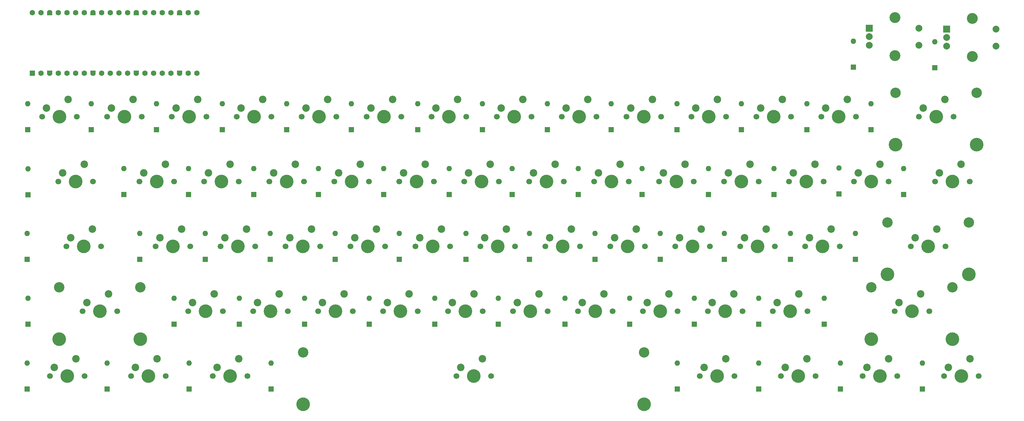
<source format=gbr>
%TF.GenerationSoftware,KiCad,Pcbnew,9.0.0*%
%TF.CreationDate,2025-06-15T21:52:09+05:30*%
%TF.ProjectId,keyboard,6b657962-6f61-4726-942e-6b696361645f,rev?*%
%TF.SameCoordinates,Original*%
%TF.FileFunction,Soldermask,Bot*%
%TF.FilePolarity,Negative*%
%FSLAX46Y46*%
G04 Gerber Fmt 4.6, Leading zero omitted, Abs format (unit mm)*
G04 Created by KiCad (PCBNEW 9.0.0) date 2025-06-15 21:52:09*
%MOMM*%
%LPD*%
G01*
G04 APERTURE LIST*
G04 Aperture macros list*
%AMRoundRect*
0 Rectangle with rounded corners*
0 $1 Rounding radius*
0 $2 $3 $4 $5 $6 $7 $8 $9 X,Y pos of 4 corners*
0 Add a 4 corners polygon primitive as box body*
4,1,4,$2,$3,$4,$5,$6,$7,$8,$9,$2,$3,0*
0 Add four circle primitives for the rounded corners*
1,1,$1+$1,$2,$3*
1,1,$1+$1,$4,$5*
1,1,$1+$1,$6,$7*
1,1,$1+$1,$8,$9*
0 Add four rect primitives between the rounded corners*
20,1,$1+$1,$2,$3,$4,$5,0*
20,1,$1+$1,$4,$5,$6,$7,0*
20,1,$1+$1,$6,$7,$8,$9,0*
20,1,$1+$1,$8,$9,$2,$3,0*%
%AMFreePoly0*
4,1,37,0.603843,0.796157,0.639018,0.796157,0.711114,0.766294,0.766294,0.711114,0.796157,0.639018,0.796157,0.603843,0.800000,0.600000,0.800000,-0.600000,0.796157,-0.603843,0.796157,-0.639018,0.766294,-0.711114,0.711114,-0.766294,0.639018,-0.796157,0.603843,-0.796157,0.600000,-0.800000,0.000000,-0.800000,0.000000,-0.796148,-0.078414,-0.796148,-0.232228,-0.765552,-0.377117,-0.705537,
-0.507515,-0.618408,-0.618408,-0.507515,-0.705537,-0.377117,-0.765552,-0.232228,-0.796148,-0.078414,-0.796148,0.078414,-0.765552,0.232228,-0.705537,0.377117,-0.618408,0.507515,-0.507515,0.618408,-0.377117,0.705537,-0.232228,0.765552,-0.078414,0.796148,0.000000,0.796148,0.000000,0.800000,0.600000,0.800000,0.603843,0.796157,0.603843,0.796157,$1*%
%AMFreePoly1*
4,1,37,0.000000,0.796148,0.078414,0.796148,0.232228,0.765552,0.377117,0.705537,0.507515,0.618408,0.618408,0.507515,0.705537,0.377117,0.765552,0.232228,0.796148,0.078414,0.796148,-0.078414,0.765552,-0.232228,0.705537,-0.377117,0.618408,-0.507515,0.507515,-0.618408,0.377117,-0.705537,0.232228,-0.765552,0.078414,-0.796148,0.000000,-0.796148,0.000000,-0.800000,-0.600000,-0.800000,
-0.603843,-0.796157,-0.639018,-0.796157,-0.711114,-0.766294,-0.766294,-0.711114,-0.796157,-0.639018,-0.796157,-0.603843,-0.800000,-0.600000,-0.800000,0.600000,-0.796157,0.603843,-0.796157,0.639018,-0.766294,0.711114,-0.711114,0.766294,-0.639018,0.796157,-0.603843,0.796157,-0.600000,0.800000,0.000000,0.800000,0.000000,0.796148,0.000000,0.796148,$1*%
G04 Aperture macros list end*
%ADD10C,1.700000*%
%ADD11C,4.000000*%
%ADD12C,2.200000*%
%ADD13C,3.050000*%
%ADD14R,1.600000X1.600000*%
%ADD15O,1.600000X1.600000*%
%ADD16RoundRect,0.200000X0.600000X-0.600000X0.600000X0.600000X-0.600000X0.600000X-0.600000X-0.600000X0*%
%ADD17C,1.600000*%
%ADD18FreePoly0,90.000000*%
%ADD19FreePoly1,90.000000*%
%ADD20R,2.000000X2.000000*%
%ADD21C,2.000000*%
%ADD22C,3.200000*%
G04 APERTURE END LIST*
D10*
%TO.C,SW7*%
X133090000Y-53790000D03*
D11*
X138170000Y-53790000D03*
D10*
X143250000Y-53790000D03*
D12*
X140710000Y-48710000D03*
X134360000Y-51250000D03*
%TD*%
D10*
%TO.C,SW45*%
X99800000Y-110950000D03*
D11*
X104880000Y-110950000D03*
D10*
X109960000Y-110950000D03*
D12*
X107420000Y-105870000D03*
X101070000Y-108410000D03*
%TD*%
D10*
%TO.C,SW58*%
X211730000Y-130000000D03*
D11*
X216810000Y-130000000D03*
D10*
X221890000Y-130000000D03*
D12*
X219350000Y-124920000D03*
X213000000Y-127460000D03*
%TD*%
D10*
%TO.C,SW30*%
X52140000Y-91860000D03*
D11*
X57220000Y-91860000D03*
D10*
X62300000Y-91860000D03*
D12*
X59760000Y-86780000D03*
X53410000Y-89320000D03*
%TD*%
D10*
%TO.C,SW49*%
X175970000Y-110930000D03*
D11*
X181050000Y-110930000D03*
D10*
X186130000Y-110930000D03*
D12*
X183590000Y-105850000D03*
X177240000Y-108390000D03*
%TD*%
D10*
%TO.C,SW43*%
X61650000Y-110940000D03*
D11*
X66730000Y-110940000D03*
D10*
X71810000Y-110940000D03*
D12*
X69270000Y-105860000D03*
X62920000Y-108400000D03*
%TD*%
D10*
%TO.C,SW18*%
X85490000Y-72850000D03*
D11*
X90570000Y-72850000D03*
D10*
X95650000Y-72850000D03*
D12*
X93110000Y-67770000D03*
X86760000Y-70310000D03*
%TD*%
D10*
%TO.C,SW22*%
X161710000Y-72850000D03*
D11*
X166790000Y-72850000D03*
D10*
X171870000Y-72850000D03*
D12*
X169330000Y-67770000D03*
X162980000Y-70310000D03*
%TD*%
D10*
%TO.C,SW10*%
X190250000Y-53790000D03*
D11*
X195330000Y-53790000D03*
D10*
X200410000Y-53790000D03*
D12*
X197870000Y-48710000D03*
X191520000Y-51250000D03*
%TD*%
D10*
%TO.C,SW59*%
X235550000Y-129970000D03*
D11*
X240630000Y-129970000D03*
D10*
X245710000Y-129970000D03*
D12*
X243170000Y-124890000D03*
X236820000Y-127430000D03*
%TD*%
D13*
%TO.C,SW57*%
X95420000Y-123000000D03*
D11*
X95420000Y-138240000D03*
D10*
X140340000Y-130000000D03*
D11*
X145420000Y-130000000D03*
D10*
X150500000Y-130000000D03*
D13*
X195420000Y-123000000D03*
D11*
X195420000Y-138240000D03*
D12*
X147960000Y-124920000D03*
X141610000Y-127460000D03*
%TD*%
D10*
%TO.C,SW25*%
X218850000Y-72850000D03*
D11*
X223930000Y-72850000D03*
D10*
X229010000Y-72850000D03*
D12*
X226470000Y-67770000D03*
X220120000Y-70310000D03*
%TD*%
D10*
%TO.C,SW52*%
X233120000Y-110930000D03*
D11*
X238200000Y-110930000D03*
D10*
X243280000Y-110930000D03*
D12*
X240740000Y-105850000D03*
X234390000Y-108390000D03*
%TD*%
D14*
%TO.C,D50*%
X191120000Y-114740000D03*
D15*
X191120000Y-107120000D03*
%TD*%
D10*
%TO.C,SW51*%
X214050000Y-110930000D03*
D11*
X219130000Y-110930000D03*
D10*
X224210000Y-110930000D03*
D12*
X221670000Y-105850000D03*
X215320000Y-108390000D03*
%TD*%
D10*
%TO.C,SW26*%
X237900000Y-72850000D03*
D11*
X242980000Y-72850000D03*
D10*
X248060000Y-72850000D03*
D12*
X245520000Y-67770000D03*
X239170000Y-70310000D03*
%TD*%
D10*
%TO.C,SW16*%
X47360000Y-72850000D03*
D11*
X52440000Y-72850000D03*
D10*
X57520000Y-72850000D03*
D12*
X54980000Y-67770000D03*
X48630000Y-70310000D03*
%TD*%
D10*
%TO.C,SW34*%
X128310000Y-91860000D03*
D11*
X133390000Y-91860000D03*
D10*
X138470000Y-91860000D03*
D12*
X135930000Y-86780000D03*
X129580000Y-89320000D03*
%TD*%
D10*
%TO.C,SW28*%
X280730000Y-72850000D03*
D11*
X285810000Y-72850000D03*
D10*
X290890000Y-72850000D03*
D12*
X288350000Y-67770000D03*
X282000000Y-70310000D03*
%TD*%
D10*
%TO.C,SW60*%
X259480000Y-130000000D03*
D11*
X264560000Y-130000000D03*
D10*
X269640000Y-130000000D03*
D12*
X267100000Y-124920000D03*
X260750000Y-127460000D03*
%TD*%
D10*
%TO.C,SW36*%
X166400000Y-91860000D03*
D11*
X171480000Y-91860000D03*
D10*
X176560000Y-91860000D03*
D12*
X174020000Y-86780000D03*
X167670000Y-89320000D03*
%TD*%
D10*
%TO.C,SW15*%
X23550000Y-72850000D03*
D11*
X28630000Y-72850000D03*
D10*
X33710000Y-72850000D03*
D12*
X31170000Y-67770000D03*
X24820000Y-70310000D03*
%TD*%
D10*
%TO.C,SW4*%
X75950000Y-53790000D03*
D11*
X81030000Y-53790000D03*
D10*
X86110000Y-53790000D03*
D12*
X83570000Y-48710000D03*
X77220000Y-51250000D03*
%TD*%
D10*
%TO.C,SW38*%
X204550000Y-91860000D03*
D11*
X209630000Y-91860000D03*
D10*
X214710000Y-91860000D03*
D12*
X212170000Y-86780000D03*
X205820000Y-89320000D03*
%TD*%
D10*
%TO.C,SW35*%
X147370000Y-91860000D03*
D11*
X152450000Y-91860000D03*
D10*
X157530000Y-91860000D03*
D12*
X154990000Y-86780000D03*
X148640000Y-89320000D03*
%TD*%
D10*
%TO.C,SW44*%
X80730000Y-110960000D03*
D11*
X85810000Y-110960000D03*
D10*
X90890000Y-110960000D03*
D12*
X88350000Y-105880000D03*
X82000000Y-108420000D03*
%TD*%
D10*
%TO.C,SW31*%
X71170000Y-91860000D03*
D11*
X76250000Y-91860000D03*
D10*
X81330000Y-91860000D03*
D12*
X78790000Y-86780000D03*
X72440000Y-89320000D03*
%TD*%
D10*
%TO.C,SW33*%
X109260000Y-91860000D03*
D11*
X114340000Y-91860000D03*
D10*
X119420000Y-91860000D03*
D12*
X116880000Y-86780000D03*
X110530000Y-89320000D03*
%TD*%
D10*
%TO.C,SW23*%
X180770000Y-72850000D03*
D11*
X185850000Y-72850000D03*
D10*
X190930000Y-72850000D03*
D12*
X188390000Y-67770000D03*
X182040000Y-70310000D03*
%TD*%
D13*
%TO.C,SW41*%
X266790000Y-84870000D03*
D11*
X266790000Y-100110000D03*
D10*
X273610000Y-91870000D03*
D11*
X278690000Y-91870000D03*
D10*
X283770000Y-91870000D03*
D13*
X290590000Y-84870000D03*
D11*
X290590000Y-100110000D03*
D12*
X281230000Y-86790000D03*
X274880000Y-89330000D03*
%TD*%
D10*
%TO.C,SW21*%
X142660000Y-72850000D03*
D11*
X147740000Y-72850000D03*
D10*
X152820000Y-72850000D03*
D12*
X150280000Y-67770000D03*
X143930000Y-70310000D03*
%TD*%
D10*
%TO.C,SW17*%
X66390000Y-72850000D03*
D11*
X71470000Y-72850000D03*
D10*
X76550000Y-72850000D03*
D12*
X74010000Y-67770000D03*
X67660000Y-70310000D03*
%TD*%
D13*
%TO.C,SW14*%
X269150000Y-46790000D03*
D11*
X269150000Y-62030000D03*
D10*
X275970000Y-53790000D03*
D11*
X281050000Y-53790000D03*
D10*
X286130000Y-53790000D03*
D13*
X292950000Y-46790000D03*
D11*
X292950000Y-62030000D03*
D12*
X283590000Y-48710000D03*
X277240000Y-51250000D03*
%TD*%
D10*
%TO.C,SW19*%
X104530000Y-72850000D03*
D11*
X109610000Y-72850000D03*
D10*
X114690000Y-72850000D03*
D12*
X112150000Y-67770000D03*
X105800000Y-70310000D03*
%TD*%
D10*
%TO.C,SW27*%
X256950000Y-72850000D03*
D11*
X262030000Y-72850000D03*
D10*
X267110000Y-72850000D03*
D12*
X264570000Y-67770000D03*
X258220000Y-70310000D03*
%TD*%
D10*
%TO.C,SW12*%
X228350000Y-53790000D03*
D11*
X233430000Y-53790000D03*
D10*
X238510000Y-53790000D03*
D12*
X235970000Y-48710000D03*
X229620000Y-51250000D03*
%TD*%
D10*
%TO.C,SW61*%
X283310000Y-130000000D03*
D11*
X288390000Y-130000000D03*
D10*
X293470000Y-130000000D03*
D12*
X290930000Y-124920000D03*
X284580000Y-127460000D03*
%TD*%
D10*
%TO.C,SW8*%
X152170000Y-53790000D03*
D11*
X157250000Y-53790000D03*
D10*
X162330000Y-53790000D03*
D12*
X159790000Y-48710000D03*
X153440000Y-51250000D03*
%TD*%
D10*
%TO.C,SW48*%
X156930000Y-110940000D03*
D11*
X162010000Y-110940000D03*
D10*
X167090000Y-110940000D03*
D12*
X164550000Y-105860000D03*
X158200000Y-108400000D03*
%TD*%
D16*
%TO.C,U1*%
X15970000Y-40960000D03*
D17*
X18510000Y-40960000D03*
D18*
X21050000Y-40960000D03*
D17*
X23590000Y-40960000D03*
X26130000Y-40960000D03*
X28670000Y-40960000D03*
X31210000Y-40960000D03*
D18*
X33750000Y-40960000D03*
D17*
X36290000Y-40960000D03*
X38830000Y-40960000D03*
X41370000Y-40960000D03*
X43910000Y-40960000D03*
D18*
X46450000Y-40960000D03*
D17*
X48990000Y-40960000D03*
X51530000Y-40960000D03*
X54070000Y-40960000D03*
X56610000Y-40960000D03*
D18*
X59150000Y-40960000D03*
D17*
X61690000Y-40960000D03*
X64230000Y-40960000D03*
X64230000Y-23180000D03*
X61690000Y-23180000D03*
D19*
X59150000Y-23180000D03*
D17*
X56610000Y-23180000D03*
X54070000Y-23180000D03*
X51530000Y-23180000D03*
X48990000Y-23180000D03*
D19*
X46450000Y-23180000D03*
D17*
X43910000Y-23180000D03*
X41370000Y-23180000D03*
X38830000Y-23180000D03*
X36290000Y-23180000D03*
D19*
X33750000Y-23180000D03*
D17*
X31210000Y-23180000D03*
X28670000Y-23180000D03*
X26130000Y-23180000D03*
X23590000Y-23180000D03*
D19*
X21050000Y-23180000D03*
D17*
X18510000Y-23180000D03*
X15970000Y-23180000D03*
%TD*%
D10*
%TO.C,SW50*%
X195020000Y-110930000D03*
D11*
X200100000Y-110930000D03*
D10*
X205180000Y-110930000D03*
D12*
X202640000Y-105850000D03*
X196290000Y-108390000D03*
%TD*%
D10*
%TO.C,SW37*%
X185500000Y-91860000D03*
D11*
X190580000Y-91860000D03*
D10*
X195660000Y-91860000D03*
D12*
X193120000Y-86780000D03*
X186770000Y-89320000D03*
%TD*%
D20*
%TO.C,SW62*%
X284130000Y-28000000D03*
D21*
X284130000Y-33000000D03*
X284130000Y-30500000D03*
D22*
X291630000Y-24900000D03*
X291630000Y-36100000D03*
D21*
X298630000Y-33000000D03*
X298630000Y-28000000D03*
%TD*%
D10*
%TO.C,SW3*%
X56890000Y-53790000D03*
D11*
X61970000Y-53790000D03*
D10*
X67050000Y-53790000D03*
D12*
X64510000Y-48710000D03*
X58160000Y-51250000D03*
%TD*%
D10*
%TO.C,SW56*%
X68920000Y-130000000D03*
D11*
X74000000Y-130000000D03*
D10*
X79080000Y-130000000D03*
D12*
X76540000Y-124920000D03*
X70190000Y-127460000D03*
%TD*%
D13*
%TO.C,SW42*%
X23850000Y-103892500D03*
D11*
X23850000Y-119132500D03*
D10*
X30670000Y-110892500D03*
D11*
X35750000Y-110892500D03*
D10*
X40830000Y-110892500D03*
D13*
X47650000Y-103892500D03*
D11*
X47650000Y-119132500D03*
D12*
X38290000Y-105812500D03*
X31940000Y-108352500D03*
%TD*%
D10*
%TO.C,SW1*%
X18840000Y-53790000D03*
D11*
X23920000Y-53790000D03*
D10*
X29000000Y-53790000D03*
D12*
X26460000Y-48710000D03*
X20110000Y-51250000D03*
%TD*%
D10*
%TO.C,SW24*%
X199820000Y-72850000D03*
D11*
X204900000Y-72850000D03*
D10*
X209980000Y-72850000D03*
D12*
X207440000Y-67770000D03*
X201090000Y-70310000D03*
%TD*%
D10*
%TO.C,SW32*%
X90230000Y-91860000D03*
D11*
X95310000Y-91860000D03*
D10*
X100390000Y-91860000D03*
D12*
X97850000Y-86780000D03*
X91500000Y-89320000D03*
%TD*%
D10*
%TO.C,SW6*%
X114030000Y-53790000D03*
D11*
X119110000Y-53790000D03*
D10*
X124190000Y-53790000D03*
D12*
X121650000Y-48710000D03*
X115300000Y-51250000D03*
%TD*%
D10*
%TO.C,SW46*%
X118840000Y-110940000D03*
D11*
X123920000Y-110940000D03*
D10*
X129000000Y-110940000D03*
D12*
X126460000Y-105860000D03*
X120110000Y-108400000D03*
%TD*%
D10*
%TO.C,SW2*%
X37870000Y-53790000D03*
D11*
X42950000Y-53790000D03*
D10*
X48030000Y-53790000D03*
D12*
X45490000Y-48710000D03*
X39140000Y-51250000D03*
%TD*%
D10*
%TO.C,SW54*%
X21130000Y-130000000D03*
D11*
X26210000Y-130000000D03*
D10*
X31290000Y-130000000D03*
D12*
X28750000Y-124920000D03*
X22400000Y-127460000D03*
%TD*%
D13*
%TO.C,SW53*%
X262040000Y-103930000D03*
D11*
X262040000Y-119170000D03*
D10*
X268860000Y-110930000D03*
D11*
X273940000Y-110930000D03*
D10*
X279020000Y-110930000D03*
D13*
X285840000Y-103930000D03*
D11*
X285840000Y-119170000D03*
D12*
X276480000Y-105850000D03*
X270130000Y-108390000D03*
%TD*%
D10*
%TO.C,SW13*%
X247400000Y-53790000D03*
D11*
X252480000Y-53790000D03*
D10*
X257560000Y-53790000D03*
D12*
X255020000Y-48710000D03*
X248670000Y-51250000D03*
%TD*%
D10*
%TO.C,SW9*%
X171210000Y-53790000D03*
D11*
X176290000Y-53790000D03*
D10*
X181370000Y-53790000D03*
D12*
X178830000Y-48710000D03*
X172480000Y-51250000D03*
%TD*%
D10*
%TO.C,SW11*%
X209280000Y-53790000D03*
D11*
X214360000Y-53790000D03*
D10*
X219440000Y-53790000D03*
D12*
X216900000Y-48710000D03*
X210550000Y-51250000D03*
%TD*%
D10*
%TO.C,SW47*%
X137890000Y-110940000D03*
D11*
X142970000Y-110940000D03*
D10*
X148050000Y-110940000D03*
D12*
X145510000Y-105860000D03*
X139160000Y-108400000D03*
%TD*%
D10*
%TO.C,SW20*%
X123610000Y-72850000D03*
D11*
X128690000Y-72850000D03*
D10*
X133770000Y-72850000D03*
D12*
X131230000Y-67770000D03*
X124880000Y-70310000D03*
%TD*%
D10*
%TO.C,SW55*%
X44920000Y-130000000D03*
D11*
X50000000Y-130000000D03*
D10*
X55080000Y-130000000D03*
D12*
X52540000Y-124920000D03*
X46190000Y-127460000D03*
%TD*%
D10*
%TO.C,SW39*%
X223590000Y-91860000D03*
D11*
X228670000Y-91860000D03*
D10*
X233750000Y-91860000D03*
D12*
X231210000Y-86780000D03*
X224860000Y-89320000D03*
%TD*%
D20*
%TO.C,SW63*%
X261460000Y-27760000D03*
D21*
X261460000Y-32760000D03*
X261460000Y-30260000D03*
D22*
X268960000Y-24660000D03*
X268960000Y-35860000D03*
D21*
X275960000Y-32760000D03*
X275960000Y-27760000D03*
%TD*%
D10*
%TO.C,SW5*%
X94980000Y-53790000D03*
D11*
X100060000Y-53790000D03*
D10*
X105140000Y-53790000D03*
D12*
X102600000Y-48710000D03*
X96250000Y-51250000D03*
%TD*%
D10*
%TO.C,SW40*%
X242650000Y-91860000D03*
D11*
X247730000Y-91860000D03*
D10*
X252810000Y-91860000D03*
D12*
X250270000Y-86780000D03*
X243920000Y-89320000D03*
%TD*%
D10*
%TO.C,SW29*%
X25940000Y-91860000D03*
D11*
X31020000Y-91860000D03*
D10*
X36100000Y-91860000D03*
D12*
X33560000Y-86780000D03*
X27210000Y-89320000D03*
%TD*%
D14*
%TO.C,D54*%
X14450000Y-133810000D03*
D15*
X14450000Y-126190000D03*
%TD*%
D14*
%TO.C,D20*%
X176110000Y-76660000D03*
D15*
X176110000Y-69040000D03*
%TD*%
D14*
%TO.C,D11*%
X90600000Y-57600000D03*
D15*
X90600000Y-49980000D03*
%TD*%
D14*
%TO.C,D12*%
X71720000Y-57600000D03*
D15*
X71720000Y-49980000D03*
%TD*%
D14*
%TO.C,D35*%
X143160000Y-95670000D03*
D15*
X143160000Y-88050000D03*
%TD*%
D14*
%TO.C,D13*%
X52390000Y-57600000D03*
D15*
X52390000Y-49980000D03*
%TD*%
D14*
%TO.C,D40*%
X238270000Y-95670000D03*
D15*
X238270000Y-88050000D03*
%TD*%
D14*
%TO.C,D56*%
X61920000Y-133810000D03*
D15*
X61920000Y-126190000D03*
%TD*%
D14*
%TO.C,D47*%
X134010000Y-114740000D03*
D15*
X134010000Y-107120000D03*
%TD*%
D14*
%TO.C,D55*%
X37860000Y-133810000D03*
D15*
X37860000Y-126190000D03*
%TD*%
D14*
%TO.C,D33*%
X104760000Y-95670000D03*
D15*
X104760000Y-88050000D03*
%TD*%
D14*
%TO.C,D17*%
X233500000Y-76660000D03*
D15*
X233500000Y-69040000D03*
%TD*%
D14*
%TO.C,D49*%
X172200000Y-114740000D03*
D15*
X172200000Y-107120000D03*
%TD*%
D14*
%TO.C,D32*%
X85750000Y-95670000D03*
D15*
X85750000Y-88050000D03*
%TD*%
D14*
%TO.C,D42*%
X14700000Y-114740000D03*
D15*
X14700000Y-107120000D03*
%TD*%
D14*
%TO.C,D51*%
X210130000Y-114740000D03*
D15*
X210130000Y-107120000D03*
%TD*%
D14*
%TO.C,D24*%
X99910000Y-76660000D03*
D15*
X99910000Y-69040000D03*
%TD*%
D14*
%TO.C,D62*%
X280630000Y-39410000D03*
D15*
X280630000Y-31790000D03*
%TD*%
D14*
%TO.C,D8*%
X147950000Y-57600000D03*
D15*
X147950000Y-49980000D03*
%TD*%
D14*
%TO.C,D6*%
X185700000Y-57600000D03*
D15*
X185700000Y-49980000D03*
%TD*%
D14*
%TO.C,D61*%
X276980000Y-133810000D03*
D15*
X276980000Y-126190000D03*
%TD*%
D14*
%TO.C,D3*%
X243110000Y-57600000D03*
D15*
X243110000Y-49980000D03*
%TD*%
D14*
%TO.C,D41*%
X257360000Y-95670000D03*
D15*
X257360000Y-88050000D03*
%TD*%
D14*
%TO.C,D31*%
X66660000Y-95670000D03*
D15*
X66660000Y-88050000D03*
%TD*%
D14*
%TO.C,D9*%
X128980000Y-57600000D03*
D15*
X128980000Y-49980000D03*
%TD*%
D14*
%TO.C,D22*%
X138190000Y-76660000D03*
D15*
X138190000Y-69040000D03*
%TD*%
D14*
%TO.C,D27*%
X42790000Y-76660000D03*
D15*
X42790000Y-69040000D03*
%TD*%
D14*
%TO.C,D23*%
X119030000Y-76660000D03*
D15*
X119030000Y-69040000D03*
%TD*%
D14*
%TO.C,D36*%
X161750000Y-95670000D03*
D15*
X161750000Y-88050000D03*
%TD*%
D14*
%TO.C,D52*%
X229030000Y-114740000D03*
D15*
X229030000Y-107120000D03*
%TD*%
D14*
%TO.C,D58*%
X205130000Y-133810000D03*
D15*
X205130000Y-126190000D03*
%TD*%
D14*
%TO.C,D28*%
X14670000Y-76760000D03*
D15*
X14670000Y-69140000D03*
%TD*%
D14*
%TO.C,D7*%
X166980000Y-57600000D03*
D15*
X166980000Y-49980000D03*
%TD*%
D14*
%TO.C,D63*%
X256730000Y-39240000D03*
D15*
X256730000Y-31620000D03*
%TD*%
D14*
%TO.C,D1*%
X14630000Y-57580000D03*
D15*
X14630000Y-49960000D03*
%TD*%
D14*
%TO.C,D37*%
X181020000Y-95670000D03*
D15*
X181020000Y-88050000D03*
%TD*%
D14*
%TO.C,D21*%
X156670000Y-76660000D03*
D15*
X156670000Y-69040000D03*
%TD*%
D14*
%TO.C,D5*%
X205030000Y-57600000D03*
D15*
X205030000Y-49980000D03*
%TD*%
D14*
%TO.C,D14*%
X33260000Y-57600000D03*
D15*
X33260000Y-49980000D03*
%TD*%
D14*
%TO.C,D2*%
X261940000Y-57600000D03*
D15*
X261940000Y-49980000D03*
%TD*%
D14*
%TO.C,D59*%
X229030000Y-133810000D03*
D15*
X229030000Y-126190000D03*
%TD*%
D14*
%TO.C,D38*%
X200140000Y-95670000D03*
D15*
X200140000Y-88050000D03*
%TD*%
D14*
%TO.C,D39*%
X218940000Y-95670000D03*
D15*
X218940000Y-88050000D03*
%TD*%
D14*
%TO.C,D10*%
X109490000Y-57600000D03*
D15*
X109490000Y-49980000D03*
%TD*%
D14*
%TO.C,D19*%
X194800000Y-76660000D03*
D15*
X194800000Y-69040000D03*
%TD*%
D14*
%TO.C,D48*%
X152650000Y-114740000D03*
D15*
X152650000Y-107120000D03*
%TD*%
D14*
%TO.C,D15*%
X271480000Y-76600000D03*
D15*
X271480000Y-68980000D03*
%TD*%
D14*
%TO.C,D4*%
X223930000Y-57600000D03*
D15*
X223930000Y-49980000D03*
%TD*%
D14*
%TO.C,D25*%
X80950000Y-76660000D03*
D15*
X80950000Y-69040000D03*
%TD*%
D14*
%TO.C,D44*%
X76660000Y-114740000D03*
D15*
X76660000Y-107120000D03*
%TD*%
D14*
%TO.C,D18*%
X214240000Y-76660000D03*
D15*
X214240000Y-69040000D03*
%TD*%
D14*
%TO.C,D34*%
X123620000Y-95670000D03*
D15*
X123620000Y-88050000D03*
%TD*%
D14*
%TO.C,D29*%
X14440000Y-95670000D03*
D15*
X14440000Y-88050000D03*
%TD*%
D14*
%TO.C,D16*%
X252550000Y-76500000D03*
D15*
X252550000Y-68880000D03*
%TD*%
D14*
%TO.C,D26*%
X61760000Y-76660000D03*
D15*
X61760000Y-69040000D03*
%TD*%
D14*
%TO.C,D46*%
X114740000Y-114740000D03*
D15*
X114740000Y-107120000D03*
%TD*%
D14*
%TO.C,D60*%
X252930000Y-133810000D03*
D15*
X252930000Y-126190000D03*
%TD*%
D14*
%TO.C,D30*%
X47490000Y-95670000D03*
D15*
X47490000Y-88050000D03*
%TD*%
D14*
%TO.C,D57*%
X85970000Y-133810000D03*
D15*
X85970000Y-126190000D03*
%TD*%
D14*
%TO.C,D43*%
X57550000Y-114740000D03*
D15*
X57550000Y-107120000D03*
%TD*%
D14*
%TO.C,D45*%
X95780000Y-114740000D03*
D15*
X95780000Y-107120000D03*
%TD*%
D14*
%TO.C,D53*%
X248250000Y-114740000D03*
D15*
X248250000Y-107120000D03*
%TD*%
M02*

</source>
